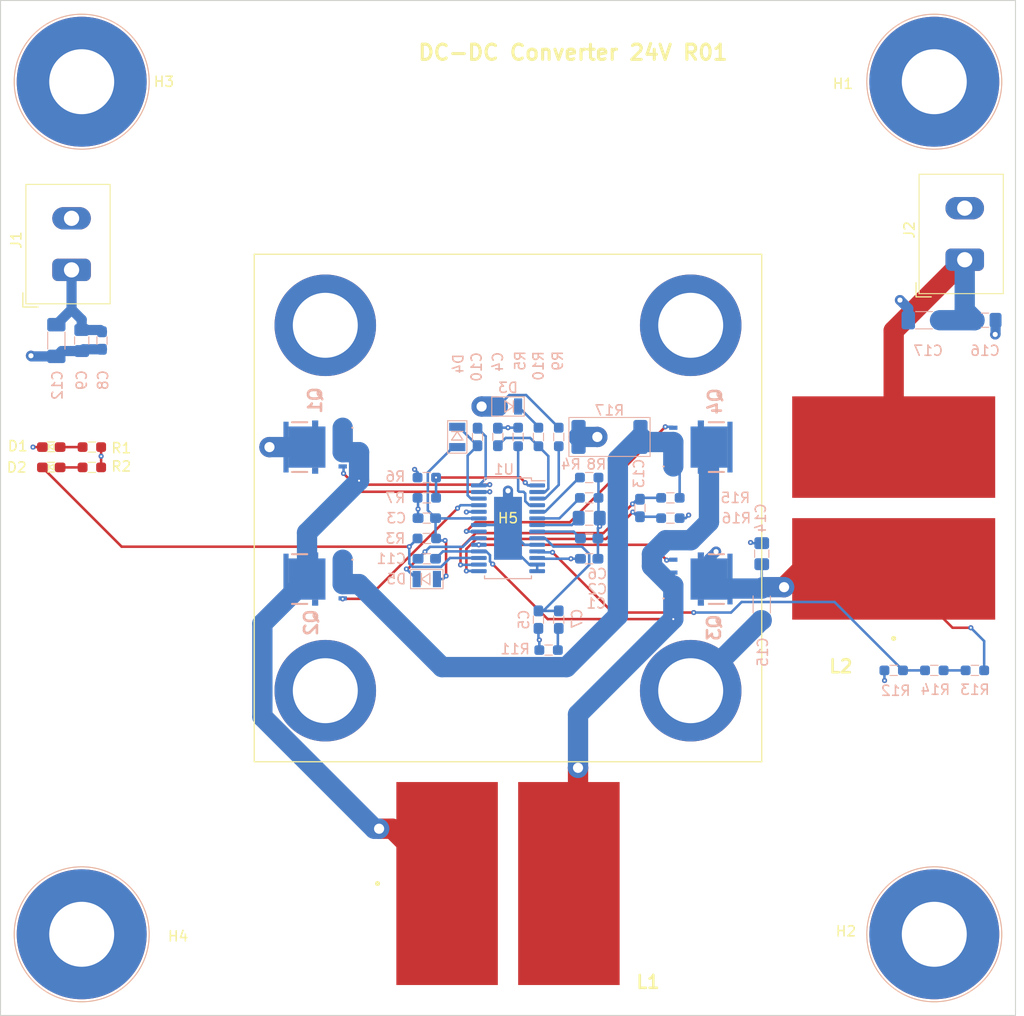
<source format=kicad_pcb>
(kicad_pcb (version 20221018) (generator pcbnew)
  (layers (0 "F.Cu" signal) (1 "In1.Cu" power "Supply.Cu") (2 "In2.Cu" power "Gnd.Cu") (31 "B.Cu" signal) (34 "B.Paste" user) (35 "F.Paste" user) (36 "B.SilkS" user "B.Silkscreen") (37 "F.SilkS" user "F.Silkscreen") (38 "B.Mask" user) (39 "F.Mask" user) (44 "Edge.Cuts" user))
  (net 0 "")
  (net 1 "/Boost Converter/Vout")
  (net 2 "GND")
  (net 3 "Net-(U1-SS)")
  (net 4 "/Output Filter/24VFILT")
  (net 5 "/Boost Converter/Vcc")
  (net 6 "Net-(U1-VIN)")
  (net 7 "Net-(U1-COMP)")
  (net 8 "Net-(U1-SLOPE)")
  (net 9 "Net-(C7-Pad2)")
  (net 10 "Net-(D4-K)")
  (net 11 "Net-(Q3-S)")
  (net 12 "Net-(D5-K)")
  (net 13 "Net-(Q3-G)")
  (net 14 "/Boost Converter/12V")
  (net 15 "Net-(U1-CS)")
  (net 16 "Net-(U1-CSG)")
  (net 17 "Net-(D1-A)")
  (net 18 "Net-(D2-K)")
  (net 19 "Net-(D2-A)")
  (net 20 "Net-(D3-K)")
  (net 25 "Net-(Q2-S)")
  (net 26 "Net-(Q1-S)")
  (net 27 "Net-(Q1-G)")
  (net 28 "Net-(Q2-G)")
  (net 29 "Net-(Q4-G)")
  (net 30 "Net-(U1-RT{slash}SYNC)")
  (net 31 "Net-(U1-MODE)")
  (net 32 "Net-(U1-EN{slash}UVLO)")
  (net 33 "Net-(U1-DITH)")
  (net 34 "Net-(U1-VISNS)")
  (net 35 "Net-(U1-FB)")
  (net 36 "Net-(R13-Pad2)")
  (footprint "benediktibk:D_0603_1608Metric_Pad1.05x0.95mm_HandSolder" (layer "F.Cu") (at 25 64)
    (fp_text reference "D1")
    (fp_text value "Vin")
  )
  (footprint "benediktibk:heatsink_50x50" (layer "F.Cu") (at 70 70)
    (fp_text reference "H5")
    (fp_text value "heatsink_50x50")
  )
  (footprint "benediktibk:R_0603_1608Metric_Pad0.98x0.95mm_HandSolder" (layer "F.Cu") (at 29 66 180)
    (fp_text reference "R2")
    (fp_text value "1kOhm")
  )
  (footprint "benediktibk:R_0603_1608Metric_Pad0.98x0.95mm_HandSolder" (layer "F.Cu") (at 29 64 180)
    (fp_text reference "R1")
    (fp_text value "1kOhm")
  )
  (footprint "benediktibk:MountingHole_6.4mm_M6_Pad_TopBottom" (layer "F.Cu") (at 28 28)
    (fp_text reference "H3")
    (fp_text value "MountingHole_Pad_M6" hide)
  )
  (footprint "benediktibk:MountingHole_6.4mm_M6_Pad_TopBottom" (layer "F.Cu") (at 112 28)
    (fp_text reference "H1")
    (fp_text value "MountingHole_Pad_M6" hide)
  )
  (footprint "benediktibk:rspro_header_2pin_5_08mm" (layer "F.Cu") (at 27 44 90)
    (fp_text reference "J1")
    (fp_text value "12V")
  )
  (footprint "benediktibk:ETQP8" (layer "F.Cu") (at 108 70 90)
    (fp_text reference "L2")
    (fp_text value "2.5µH" hide)
  )
  (footprint "benediktibk:MountingHole_6.4mm_M6_Pad_TopBottom" (layer "F.Cu") (at 28 112)
    (fp_text reference "H4")
    (fp_text value "MountingHole_Pad_M6" hide)
  )
  (footprint "benediktibk:ETQP8" (layer "F.Cu") (at 70 107)
    (fp_text reference "L1")
    (fp_text value "2.5µH" hide)
  )
  (footprint "benediktibk:D_0603_1608Metric_Pad1.05x0.95mm_HandSolder" (layer "F.Cu") (at 25 66)
    (fp_text reference "D2")
    (fp_text value "Vout good")
  )
  (footprint "benediktibk:rspro_header_2pin_5_08mm" (layer "F.Cu") (at 115 43 90)
    (fp_text reference "J2")
    (fp_text value "24V")
  )
  (footprint "benediktibk:MountingHole_6.4mm_M6_Pad_TopBottom" (layer "F.Cu") (at 112 112)
    (fp_text reference "H2")
    (fp_text value "MountingHole_Pad_M6" hide)
  )
  (footprint "benediktibk:R_0603_1608Metric_Pad0.98x0.95mm_HandSolder" (layer "B.Cu") (at 62 67)
    (fp_text reference "R6")
    (fp_text value "220kOhm")
  )
  (footprint "benediktibk:C_1206_3216Metric_Pad1.33x1.80mm_HandSolder" (layer "B.Cu") (at 111 51.5 180)
    (fp_text reference "C17")
    (fp_text value "47uF")
  )
  (footprint "benediktibk:C_1206_3216Metric_Pad1.33x1.80mm_HandSolder" (layer "B.Cu") (at 25.5 53.5 -90)
    (fp_text reference "C12")
    (fp_text value "47uF")
  )
  (footprint "benediktibk:R_0603_1608Metric_Pad0.98x0.95mm_HandSolder" (layer "B.Cu") (at 86 71)
    (fp_text reference "R16")
    (fp_text value "100Ohm")
  )
  (footprint "benediktibk:C_0603_1608Metric_Pad1.08x0.95mm_HandSolder" (layer "B.Cu") (at 78 75)
    (fp_text reference "C1")
    (fp_text value "100nF")
  )
  (footprint "benediktibk:SQJA42EPT1_GE3" (layer "B.Cu") (at 89 77 90)
    (fp_text reference "Q3")
    (fp_text value "SQJA42EP" hide)
  )
  (footprint "benediktibk:C_0603_1608Metric_Pad1.08x0.95mm_HandSolder" (layer "B.Cu") (at 69 63 90)
    (fp_text reference "C4")
    (fp_text value "100nF")
  )
  (footprint "benediktibk:R_0603_1608Metric_Pad0.98x0.95mm_HandSolder" (layer "B.Cu") (at 62 73 180)
    (fp_text reference "R3")
    (fp_text value "10kOhm")
  )
  (footprint "benediktibk:C_0805_2012Metric_Pad1.18x1.45mm_HandSolder" (layer "B.Cu") (at 95 74.5 90)
    (fp_text reference "C14")
    (fp_text value "4.7uF")
  )
  (footprint "benediktibk:R_0603_1608Metric_Pad0.98x0.95mm_HandSolder" (layer "B.Cu") (at 73 63 -90)
    (fp_text reference "R10")
    (fp_text value "10Ohm")
  )
  (footprint "benediktibk:R_0603_1608Metric_Pad0.98x0.95mm_HandSolder" (layer "B.Cu") (at 71 63 -90)
    (fp_text reference "R5")
    (fp_text value "93.1kOhm")
  )
  (footprint "benediktibk:C_0603_1608Metric_Pad1.08x0.95mm_HandSolder" (layer "B.Cu") (at 62 71 180)
    (fp_text reference "C3")
    (fp_text value "1uF")
  )
  (footprint "benediktibk:R_0603_1608Metric_Pad0.98x0.95mm_HandSolder" (layer "B.Cu") (at 78 69)
    (fp_text reference "R4")
    (fp_text value "24kOhm")
  )
  (footprint "benediktibk:R_0603_1608Metric_Pad0.98x0.95mm_HandSolder" (layer "B.Cu") (at 108 86 180)
    (fp_text reference "R12")
    (fp_text value "10kOhm")
  )
  (footprint "benediktibk:SQJA42EPT1_GE3" (layer "B.Cu") (at 51 64 -90)
    (fp_text reference "Q1")
    (fp_text value "SQJA42EP" hide)
  )
  (footprint "benediktibk:C_0603_1608Metric_Pad1.08x0.95mm_HandSolder" (layer "B.Cu") (at 30 53.5 -90)
    (fp_text reference "C8")
    (fp_text value "1uF")
  )
  (footprint "benediktibk:R_0603_1608Metric_Pad0.98x0.95mm_HandSolder" (layer "B.Cu") (at 86 69)
    (fp_text reference "R15")
    (fp_text value "100Ohm")
  )
  (footprint "benediktibk:R_0603_1608Metric_Pad0.98x0.95mm_HandSolder" (layer "B.Cu") (at 116 86 180)
    (fp_text reference "R13")
    (fp_text value "20kOhm")
  )
  (footprint "benediktibk:R_0603_1608Metric_Pad0.98x0.95mm_HandSolder" (layer "B.Cu") (at 112 86 180)
    (fp_text reference "R14")
    (fp_text value "270kOhm")
  )
  (footprint "benediktibk:C_0603_1608Metric_Pad1.08x0.95mm_HandSolder" (layer "B.Cu") (at 83 70 -90)
    (fp_text reference "C13")
    (fp_text value "47pF")
  )
  (footprint "benediktibk:R_2512_6332Metric_Pad1.40x3.35mm_HandSolder" (layer "B.Cu") (at 80 63 180)
    (fp_text reference "R17")
    (fp_text value "4mOhm")
  )
  (footprint "benediktibk:C_0603_1608Metric_Pad1.08x0.95mm_HandSolder" (layer "B.Cu") (at 75 81 -90)
    (fp_text reference "C7")
    (fp_text value "33nF")
  )
  (footprint "benediktibk:C_0603_1608Metric_Pad1.08x0.95mm_HandSolder" (layer "B.Cu") (at 73 81 -90)
    (fp_text reference "C5")
    (fp_text value "560pF")
  )
  (footprint "benediktibk:R_0603_1608Metric_Pad0.98x0.95mm_HandSolder" (layer "B.Cu") (at 74 84 180)
    (fp_text reference "R11")
    (fp_text value "10kOhm")
  )
  (footprint "benediktibk:SQJA42EPT1_GE3" (layer "B.Cu") (at 51 77 -90)
    (fp_text reference "Q2")
    (fp_text value "SQJA42EP" hide)
  )
  (footprint "benediktibk:R_0603_1608Metric_Pad0.98x0.95mm_HandSolder" (layer "B.Cu") (at 78 67)
    (fp_text reference "R8")
    (fp_text value "0Ohm")
  )
  (footprint "benediktibk:C_1206_3216Metric_Pad1.33x1.80mm_HandSolder" (layer "B.Cu") (at 95 79.5 -90)
    (fp_text reference "C15")
    (fp_text value "47uF")
  )
  (footprint "benediktibk:C_0603_1608Metric_Pad1.08x0.95mm_HandSolder" (layer "B.Cu") (at 62 75)
    (fp_text reference "C11")
    (fp_text value "100nF")
  )
  (footprint "benediktibk:C_0805_2012Metric_Pad1.18x1.45mm_HandSolder" (layer "B.Cu") (at 78 71)
    (fp_text reference "C6")
    (fp_text value "240pF")
  )
  (footprint "benediktibk:SQJA42EPT1_GE3" (layer "B.Cu") (at 89 64 90)
    (fp_text reference "Q4")
    (fp_text value "SQJA42EP" hide)
  )
  (footprint "benediktibk:C_0603_1608Metric_Pad1.08x0.95mm_HandSolder" (layer "B.Cu") (at 67 63 90)
    (fp_text reference "C10")
    (fp_text value "100nF")
  )
  (footprint "benediktibk:LM5176" (layer "B.Cu") (at 70 72 180)
    (fp_text reference "U1")
    (fp_text value "LM5176")
  )
  (footprint "benediktibk:D_SOD-323" (layer "B.Cu") (at 70 60 180)
    (fp_text reference "D3")
    (fp_text value "BAT54WS")
  )
  (footprint "benediktibk:R_0603_1608Metric_Pad0.98x0.95mm_HandSolder" (layer "B.Cu") (at 62 69 180)
    (fp_text reference "R7")
    (fp_text value "43kOhm")
  )
  (footprint "benediktibk:R_0603_1608Metric_Pad0.98x0.95mm_HandSolder" (layer "B.Cu") (at 75 63 -90)
    (fp_text reference "R9")
    (fp_text value "2kOhm")
  )
  (footprint "benediktibk:D_SOD-323" (layer "B.Cu") (at 65 63 -90)
    (fp_text reference "D4")
    (fp_text value "BAT54WS")
  )
  (footprint "benediktibk:C_0603_1608Metric_Pad1.08x0.95mm_HandSolder" (layer "B.Cu") (at 78 73)
    (fp_text reference "C2")
    (fp_text value "100nF")
  )
  (footprint "benediktibk:C_0805_2012Metric_Pad1.18x1.45mm_HandSolder" (layer "B.Cu") (at 117 51.5)
    (fp_text reference "C16")
    (fp_text value "4.7uF")
  )
  (footprint "benediktibk:C_0805_2012Metric_Pad1.18x1.45mm_HandSolder" (layer "B.Cu") (at 28 53.5 -90)
    (fp_text reference "C9")
    (fp_text value "4.7uF")
  )
  (footprint "benediktibk:D_SOD-323" (layer "B.Cu") (at 62 77)
    (fp_text reference "D5")
    (fp_text value "BAT54WS")
  )
  (gr_rect (start 20 20) (end 120 120) (stroke (width 0.1)) (fill none) (layer "Edge.Cuts"))
  (gr_text "DC-DC Converter 24V R01" (at 61 26) (layer "F.SilkS") (effects (font (size 1.5 1.5) (thickness 0.3) bold) (justify left bottom)))
  (segment (start 113.8 81.8) (end 108 76) (width 0.25) (layer "F.Cu") (net 1))
  (segment (start 115.6 81.8) (end 113.8 81.8) (width 0.25) (layer "F.Cu") (net 1))
  (segment (start 99 76) (end 97.2 77.8) (width 2) (layer "F.Cu") (net 1))
  (segment (start 108 76) (end 99 76) (width 2) (layer "F.Cu") (net 1))
  (via (at 65.9 70.4) (size 0.5) (drill 0.2) (layers "F.Cu" "B.Cu") (net 1))
  (via (at 97.2 77.8) (size 2) (drill 1) (layers "F.Cu" "B.Cu") (net 1))
  (via (at 115.6 81.8) (size 0.5) (drill 0.2) (layers "F.Cu" "B.Cu") (net 1))
  (via (at 76.2 75) (size 0.5) (drill 0.2) (layers "F.Cu" "B.Cu") (net 1))
  (via (at 90.5 74.3) (size 1) (drill 0.5) (layers "F.Cu" "B.Cu") (net 1))
  (segment (start 90.7385 77.9375) (end 89.801 77) (width 2) (layer "B.Cu") (net 1))
  (segment (start 95.1375 77.8) (end 95 77.9375) (width 2) (layer "B.Cu") (net 1))
  (segment (start 116.9125 86) (end 116.9125 83.1125) (width 0.25) (layer "B.Cu") (net 1))
  (segment (start 72.95 75) (end 72.875 74.925) (width 0.25) (layer "B.Cu") (net 1))
  (segment (start 116.9125 83.1125) (end 115.6 81.8) (width 0.25) (layer "B.Cu") (net 1))
  (segment (start 95 75.5375) (end 95 77.9375) (width 0.25) (layer "B.Cu") (net 1))
  (segment (start 77.1375 75) (end 76.2 75) (width 0.25) (layer "B.Cu") (net 1))
  (segment (start 97.2 77.8) (end 95.1375 77.8) (width 2) (layer "B.Cu") (net 1))
  (segment (start 67.125 70.375) (end 65.925 70.375) (width 0.25) (layer "B.Cu") (net 1))
  (segment (start 65.925 70.375) (end 65.9 70.4) (width 0.25) (layer "B.Cu") (net 1))
  (segment (start 89.801 74.999) (end 90.5 74.3) (width 1) (layer "B.Cu") (net 1))
  (segment (start 76.2 75) (end 72.95 75) (width 0.25) (layer "B.Cu") (net 1))
  (segment (start 95 77.9375) (end 90.7385 77.9375) (width 2) (layer "B.Cu") (net 1))
  (segment (start 89.801 77) (end 89.801 74.999) (width 1) (layer "B.Cu") (net 1))
  (segment (start 24.125 64) (end 23.2 64) (width 0.25) (layer "F.Cu") (net 2))
  (via (at 23.2 64) (size 0.5) (drill 0.2) (layers "F.Cu" "B.Cu") (net 2))
  (via (at 93.9 73.4) (size 0.5) (drill 0.2) (layers "F.Cu" "B.Cu") (net 2))
  (via (at 79.0375 71.8) (size 0.5) (drill 0.2) (layers "F.Cu" "B.Cu") (net 2))
  (via (at 108.617918 49.517918) (size 1) (drill 0.5) (layers "F.Cu" "B.Cu") (net 2))
  (via (at 107.1 87) (size 0.5) (drill 0.2) (layers "F.Cu" "B.Cu") (net 2))
  (via (at 73.0875 83) (size 0.5) (drill 0.2) (layers "F.Cu" "B.Cu") (net 2))
  (via (at 23 55) (size 1) (drill 0.5) (layers "F.Cu" "B.Cu") (net 2))
  (via (at 87.8 70.7) (size 0.5) (drill 0.2) (layers "F.Cu" "B.Cu") (net 2))
  (via (at 78.8 63) (size 2) (drill 1) (layers "F.Cu" "B.Cu") (net 2))
  (via (at 61.1375 70.1) (size 0.5) (drill 0.2) (layers "F.Cu" "B.Cu") (net 2))
  (via (at 118 52.9) (size 1) (drill 0.5) (layers "F.Cu" "B.Cu") (net 2))
  (via (at 70 62.0875) (size 0.5) (drill 0.2) (layers "F.Cu" "B.Cu") (net 2))
  (via (at 70 68.3) (size 1) (drill 0.5) (layers "F.Cu" "B.Cu") (net 2))
  (segment (start 78.9125 69) (end 78.9125 70.875) (width 0.25) (layer "B.Cu") (net 2))
  (segment (start 70 72) (end 70 68.3) (width 1) (layer "B.Cu") (net 2))
  (segment (start 61.1375 71) (end 61.1375 70.1) (width 0.25) (layer "B.Cu") (net 2))
  (segment (start 94.9375 81.0625) (end 88 88) (width 2) (layer "B.Cu") (net 2))
  (segment (start 71.625 73.625) (end 70 72) (width 0.25) (layer "B.Cu") (net 2))
  (segment (start 72.100001 75.575) (end 70 73.474999) (width 0.25) (layer "B.Cu") (net 2))
  (segment (start 86.9125 71) (end 87.5 71) (width 0.25) (layer "B.Cu") (net 2))
  (segment (start 71 62.0875) (end 70 62.0875) (width 0.25) (layer "B.Cu") (net 2))
  (segment (start 69.675 71.675) (end 70 72) (width 0.25) (layer "B.Cu") (net 2))
  (segment (start 72.875 73.625) (end 71.625 73.625) (width 0.25) (layer "B.Cu") (net 2))
  (segment (start 73.0875 84) (end 73.0875 83) (width 0.25) (layer "B.Cu") (net 2))
  (segment (start 95 73.4625) (end 93.9625 73.4625) (width 0.25) (layer "B.Cu") (net 2))
  (segment (start 70 73.474999) (end 70 72) (width 0.25) (layer "B.Cu") (net 2))
  (segment (start 78.9125 67) (end 78.9125 69) (width 0.25) (layer "B.Cu") (net 2))
  (segment (start 67.125 71.675) (end 69.675 71.675) (width 0.25) (layer "B.Cu") (net 2))
  (segment (start 23.0625 55.0625) (end 23 55) (width 1) (layer "B.Cu") (net 2))
  (segment (start 76.95 63) (end 78.8 63) (width 2) (layer "B.Cu") (net 2))
  (segment (start 93.9625 73.4625) (end 93.9 73.4) (width 0.25) (layer "B.Cu") (net 2))
  (segment (start 109.4375 51.5) (end 109.4375 50.3375) (width 1) (layer "B.Cu") (net 2))
  (segment (start 61.1375 70.1) (end 61.1375 69.05) (width 0.25) (layer "B.Cu") (net 2))
  (segment (start 70 62.0875) (end 69.05 62.0875) (width 0.25) (layer "B.Cu") (net 2))
  (segment (start 73 82.9125) (end 73.0875 83) (width 0.25) (layer "B.Cu") (net 2))
  (segment (start 25.5 55.0625) (end 23.0625 55.0625) (width 1) (layer "B.Cu") (net 2))
  (segment (start 72.875 76.225) (end 72.875 75.575) (width 0.25) (layer "B.Cu") (net 2))
  (segment (start 118.0375 51.5) (end 118.0375 52.8625) (width 1) (layer "B.Cu") (net 2))
  (segment (start 72.875 75.575) (end 72.100001 75.575) (width 0.25) (layer "B.Cu") (net 2))
  (segment (start 28.175 54.3625) (end 28 54.5375) (width 1) (layer "B.Cu") (net 2))
  (segment (start 78.9125 70.875) (end 79.0375 71) (width 0.25) (layer "B.Cu") (net 2))
  (segment (start 118.0375 52.8625) (end 118 52.9) (width 1) (layer "B.Cu") (net 2))
  (segment (start 73 81.8625) (end 73 82.9125) (width 0.25) (layer "B.Cu") (net 2))
  (segment (start 87.5 71) (end 87.8 70.7) (width 0.25) (layer "B.Cu") (net 2))
  (segment (start 69.05 62.0875) (end 69 62.1375) (width 0.25) (layer "B.Cu") (net 2))
  (segment (start 107.0875 86) (end 107.0875 86.9875) (width 0.25) (layer "B.Cu") (net 2))
  (segment (start 109.4375 50.3375) (end 108.617918 49.517918) (width 1) (layer "B.Cu") (net 2))
  (segment (start 28 54.5375) (end 26.025 54.5375) (width 1) (layer "B.Cu") (net 2))
  (segment (start 78.8625 71.975) (end 78.8625 73) (width 0.25) (layer "B.Cu") (net 2))
  (segment (start 26.025 54.5375) (end 25.5 55.0625) (width 1) (layer "B.Cu") (net 2))
  (segment (start 107.0875 86.9875) (end 107.1 87) (width 0.25) (layer "B.Cu") (net 2))
  (segment (start 79.0375 71.8) (end 78.8625 71.975) (width 0.25) (layer "B.Cu") (net 2))
  (segment (start 79.0375 71) (end 79.0375 71.8) (width 0.25) (layer "B.Cu") (net 2))
  (segment (start 61.1375 69.05) (end 61.0875 69) (width 0.25) (layer "B.Cu") (net 2))
  (segment (start 30 54.3625) (end 28.175 54.3625) (width 1) (layer "B.Cu") (net 2))
  (segment (start 78.8625 73) (end 78.8625 75) (width 0.25) (layer "B.Cu") (net 2))
  (segment (start 95 81.0625) (end 94.9375 81.0625) (width 2) (layer "B.Cu") (net 2))
  (segment (start 76.4625 72.325) (end 72.875 72.325) (width 0.25) (layer "B.Cu") (net 3))
  (segment (start 77.1375 73) (end 76.4625 72.325) (width 0.25) (layer "B.Cu") (net 3))
  (segment (start 108 64) (end 108 52.54) (width 2) (layer "F.Cu") (net 4))
  (segment (start 108 52.54) (end 115 45.54) (width 2) (layer "F.Cu") (net 4))
  (segment (start 115 50.5375) (end 115.9625 51.5) (width 2) (layer "B.Cu") (net 4))
  (segment (start 115 45.54) (end 115 50.5375) (width 2) (layer "B.Cu") (net 4))
  (segment (start 112.5625 51.5) (end 115.9625 51.5) (width 2) (layer "B.Cu") (net 4))
  (segment (start 63.9 76.7) (end 63.9 73.3) (width 0.25) (layer "F.Cu") (net 5))
  (segment (start 63.9 73.3) (end 63.8 73.2) (width 0.25) (layer "F.Cu") (net 5))
  (via (at 63.8 73.2) (size 0.5) (drill 0.2) (layers "F.Cu" "B.Cu") (net 5))
  (via (at 63.9 76.7) (size 0.5) (drill 0.2) (layers "F.Cu" "B.Cu") (net 5))
  (segment (start 62.8875 71.025) (end 62.8625 71) (width 0.25) (layer "B.Cu") (net 5))
  (segment (start 63.8 73.2) (end 63.1125 73.2) (width 0.25) (layer "B.Cu") (net 5))
  (segment (start 63 77) (end 63.6 77) (width 0.25) (layer "B.Cu") (net 5))
  (segment (start 62.8625 71) (end 62.1 70.2375) (width 0.25) (layer "B.Cu") (net 5))
  (segment (start 62.8625 72.95) (end 62.9125 73) (width 0.25) (layer "B.Cu") (net 5))
  (segment (start 62.1 66.5) (end 64.6 64) (width 0.25) (layer "B.Cu") (net 5))
  (segment (start 64.6 64) (end 65 64) (width 0.25) (layer "B.Cu") (net 5))
  (segment (start 62.1 70.2375) (end 62.1 66.5) (width 0.25) (layer "B.Cu") (net 5))
  (segment (start 63.6 77) (end 63.9 76.7) (width 0.25) (layer "B.Cu") (net 5))
  (segment (start 67.125 71.025) (end 62.8875 71.025) (width 0.25) (layer "B.Cu") (net 5))
  (segment (start 63.1125 73.2) (end 62.9125 73) (width 0.25) (layer "B.Cu") (net 5))
  (segment (start 62.8625 71) (end 62.8625 72.95) (width 0.25) (layer "B.Cu") (net 5))
  (segment (start 73.975 68.099999) (end 73.649999 68.425) (width 0.25) (layer "B.Cu") (net 6))
  (segment (start 73.975 64.8875) (end 73.975 68.099999) (width 0.25) (layer "B.Cu") (net 6))
  (segment (start 72.1875 63.1) (end 69.7625 63.1) (width 0.25) (layer "B.Cu") (net 6))
  (segment (start 69.7625 63.1) (end 69 63.8625) (width 0.25) (layer "B.Cu") (net 6))
  (segment (start 73 63.9125) (end 72.1875 63.1) (width 0.25) (layer "B.Cu") (net 6))
  (segment (start 73 63.9125) (end 73.975 64.8875) (width 0.25) (layer "B.Cu") (net 6))
  (segment (start 73.649999 68.425) (end 72.875 68.425) (width 0.25) (layer "B.Cu") (net 6))
  (segment (start 77.277076 73.8) (end 74.474999 73.8) (width 0.25) (layer "B.Cu") (net 7))
  (segment (start 73.475 80.1375) (end 78 75.6125) (width 0.25) (layer "B.Cu") (net 7))
  (segment (start 73.649999 72.975) (end 72.875 72.975) (width 0.25) (layer "B.Cu") (net 7))
  (segment (start 78 75.6125) (end 78 74.522924) (width 0.25) (layer "B.Cu") (net 7))
  (segment (start 74.474999 73.8) (end 73.649999 72.975) (width 0.25) (layer "B.Cu") (net 7))
  (segment (start 75 80.1375) (end 73 80.1375) (width 0.25) (layer "B.Cu") (net 7))
  (segment (start 73 80.1375) (end 73.475 80.1375) (width 0.25) (layer "B.Cu") (net 7))
  (segment (start 78 74.522924) (end 77.277076 73.8) (width 0.25) (layer "B.Cu") (net 7))
  (segment (start 76.2875 71.675) (end 72.875 71.675) (width 0.25) (layer "B.Cu") (net 8))
  (segment (start 76.9625 71) (end 76.2875 71.675) (width 0.25) (layer "B.Cu") (net 8))
  (segment (start 74.9125 84) (end 74.9125 81.95) (width 0.25) (layer "B.Cu") (net 9))
  (segment (start 74.9125 81.95) (end 75 81.8625) (width 0.25) (layer "B.Cu") (net 9))
  (segment (start 65 62) (end 65.1375 62) (width 0.25) (layer "B.Cu") (net 10))
  (segment (start 65.1375 62) (end 67 63.8625) (width 0.25) (layer "B.Cu") (net 10))
  (segment (start 67 63.8625) (end 66.025 64.8375) (width 0.25) (layer "B.Cu") (net 10))
  (segment (start 66.025 68.749999) (end 66.350001 69.075) (width 0.25) (layer "B.Cu") (net 10))
  (segment (start 66.350001 69.075) (end 67.125 69.075) (width 0.25) (layer "B.Cu") (net 10))
  (segment (start 66.025 64.8375) (end 66.025 68.749999) (width 0.25) (layer "B.Cu") (net 10))
  (segment (start 73.908134 80.946875) (end 86.285 80.946875) (width 0.25) (layer "F.Cu") (net 11))
  (segment (start 76.9 106.1) (end 76 107) (width 2) (layer "F.Cu") (net 11))
  (segment (start 68.490776 75.529517) (end 73.908134 80.946875) (width 0.25) (layer "F.Cu") (net 11))
  (segment (start 76.9 95.6) (end 76.9 106.1) (width 2) (layer "F.Cu") (net 11))
  (via (at 76.9 95.6) (size 2) (drill 1) (layers "F.Cu" "B.Cu") (net 11))
  (via (at 86.285 80.946875) (size 0.5) (drill 0.2) (layers "F.Cu" "B.Cu") (net 11))
  (via (at 68.490776 75.529517) (size 0.5) (drill 0.2) (layers "F.Cu" "B.Cu") (net 11))
  (segment (start 89.801 71.384) (end 88.0105 73.1745) (width 2) (layer "B.Cu") (net 11))
  (segment (start 88.0105 73.1745) (end 85.54866 73.1745) (width 2) (layer "B.Cu") (net 11))
  (segment (start 86.08 77.635) (end 86.285 77.635) (width 2) (layer "B.Cu") (net 11))
  (segment (start 86.285 80.946875) (end 76.9 90.331875) (width 2) (layer "B.Cu") (net 11))
  (segment (start 84.18469 75.73969) (end 86.08 77.635) (width 2) (layer "B.Cu") (net 11))
  (segment (start 62.8625 75) (end 63.5875 74.275) (width 0.25) (layer "B.Cu") (net 11))
  (segment (start 63.5875 74.275) (end 67.125 74.275) (width 0.25) (layer "B.Cu") (net 11))
  (segment (start 85.54866 73.1745) (end 84.18469 74.53847) (width 2) (layer "B.Cu") (net 11))
  (segment (start 68.225 75.263741) (end 68.490776 75.529517) (width 0.25) (layer "B.Cu") (net 11))
  (segment (start 67.125 74.275) (end 67.853812 74.275) (width 0.25) (layer "B.Cu") (net 11))
  (segment (start 68.225 74.646188) (end 68.225 75.263741) (width 0.25) (layer "B.Cu") (net 11))
  (segment (start 84.18469 74.53847) (end 84.18469 75.73969) (width 2) (layer "B.Cu") (net 11))
  (segment (start 76.9 90.331875) (end 76.9 95.6) (width 2) (layer "B.Cu") (net 11))
  (segment (start 89.801 64) (end 89.801 71.384) (width 2) (layer "B.Cu") (net 11))
  (segment (start 67.853812 74.275) (end 68.225 74.646188) (width 0.25) (layer "B.Cu") (net 11))
  (segment (start 86.285 77.635) (end 86.285 80.946875) (width 2) (layer "B.Cu") (net 11))
  (segment (start 59.992375 76.007625) (end 60.129875 76.007625) (width 0.25) (layer "F.Cu") (net 12))
  (segment (start 60.129875 76.007625) (end 61.81875 74.31875) (width 0.25) (layer "F.Cu") (net 12))
  (via (at 61.81875 74.31875) (size 0.5) (drill 0.2) (layers "F.Cu" "B.Cu") (net 12))
  (via (at 59.992375 76.007625) (size 0.5) (drill 0.2) (layers "F.Cu" "B.Cu") (net 12))
  (segment (start 67.125 72.975) (end 66.396188 72.975) (width 0.25) (layer "B.Cu") (net 12))
  (segment (start 62.3125 73.825) (end 61.81875 74.31875) (width 0.25) (layer "B.Cu") (net 12))
  (segment (start 61.81875 74.31875) (end 61.1375 75) (width 0.25) (layer "B.Cu") (net 12))
  (segment (start 66.396188 72.975) (end 65.546188 73.825) (width 0.25) (layer "B.Cu") (net 12))
  (segment (start 61 77) (end 60.98475 77) (width 0.25) (layer "B.Cu") (net 12))
  (segment (start 60.98475 77) (end 59.992375 76.007625) (width 0.25) (layer "B.Cu") (net 12))
  (segment (start 65.546188 73.825) (end 62.3125 73.825) (width 0.25) (layer "B.Cu") (net 12))
  (segment (start 84.12061 73.625) (end 67.125 73.625) (width 0.25) (layer "F.Cu") (net 13))
  (segment (start 85.63469 75.13908) (end 84.12061 73.625) (width 0.25) (layer "F.Cu") (net 13))
  (via (at 67.125 73.625) (size 0.5) (drill 0.2) (layers "F.Cu" "B.Cu") (net 13))
  (via (at 85.63469 75.13908) (size 0.5) (drill 0.2) (layers "F.Cu" "B.Cu") (net 13))
  (segment (start 86.285 75.095) (end 85.67877 75.095) (width 0.25) (layer "B.Cu") (net 13))
  (segment (start 85.67877 75.095) (end 85.63469 75.13908) (width 0.25) (layer "B.Cu") (net 13))
  (segment (start 29.9125 64) (end 29.9125 64.9) (width 0.25) (layer "F.Cu") (net 14))
  (segment (start 29.9125 66) (end 29.9125 64.9) (width 0.25) (layer "F.Cu") (net 14))
  (via (at 29.9125 64.9) (size 0.5) (drill 0.2) (layers "F.Cu" "B.Cu") (net 14))
  (via (at 60.8 66.2) (size 0.5) (drill 0.2) (layers "F.Cu" "B.Cu") (net 14))
  (via (at 46.5 64) (size 2) (drill 1) (layers "F.Cu" "B.Cu") (net 14))
  (via (at 67.4 60) (size 2) (drill 1) (layers "F.Cu" "B.Cu") (net 14))
  (segment (start 46.5 64) (end 50.199 64) (width 2) (layer "B.Cu") (net 14))
  (segment (start 70.125 58.875) (end 69 60) (width 0.25) (layer "B.Cu") (net 14))
  (segment (start 28 52.4625) (end 29.825 52.4625) (width 1) (layer "B.Cu") (net 14))
  (segment (start 28 51.4375) (end 27 50.4375) (width 1) (layer "B.Cu") (net 14))
  (segment (start 61.0875 66.4875) (end 60.8 66.2) (width 0.25) (layer "B.Cu") (net 14))
  (segment (start 29.825 52.4625) (end 30 52.6375) (width 1) (layer "B.Cu") (net 14))
  (segment (start 61.0875 67) (end 61.0875 66.4875) (width 0.25) (layer "B.Cu") (net 14))
  (segment (start 27 46.54) (end 27 50.4375) (width 1) (layer "B.Cu") (net 14))
  (segment (start 69 60) (end 67.4 60) (width 2) (layer "B.Cu") (net 14))
  (segment (start 28 52.4625) (end 28 51.4375) (width 1) (layer "B.Cu") (net 14))
  (segment (start 27 50.4375) (end 25.5 51.9375) (width 1) (layer "B.Cu") (net 14))
  (segment (start 75 62.0875) (end 71.7875 58.875) (width 0.25) (layer "B.Cu") (net 14))
  (segment (start 71.7875 58.875) (end 70.125 58.875) (width 0.25) (layer "B.Cu") (net 14))
  (segment (start 79.4 72.475) (end 66.825431 72.475) (width 0.25) (layer "F.Cu") (net 15))
  (segment (start 65.325 73.975431) (end 65.325 75.6) (width 0.25) (layer "F.Cu") (net 15))
  (segment (start 82.275 69.6) (end 79.4 72.475) (width 0.25) (layer "F.Cu") (net 15))
  (segment (start 66.825431 72.475) (end 66.200215 73.100216) (width 0.25) (layer "F.Cu") (net 15))
  (segment (start 66.200215 73.100216) (end 65.325 73.975431) (width 0.25) (layer "F.Cu") (net 15))
  (via (at 65.325 75.6) (size 0.5) (drill 0.2) (layers "F.Cu" "B.Cu") (net 15))
  (via (at 82.275 69.6) (size 0.5) (drill 0.2) (layers "F.Cu" "B.Cu") (net 15))
  (segment (start 83 69.1375) (end 82.7375 69.1375) (width 0.25) (layer "B.Cu") (net 15))
  (segment (start 85.0875 69) (end 83.1375 69) (width 0.25) (layer "B.Cu") (net 15))
  (segment (start 83.1375 69) (end 83 69.1375) (width 0.25) (layer "B.Cu") (net 15))
  (segment (start 65.325 75.6) (end 67.1 75.6) (width 0.25) (layer "B.Cu") (net 15))
  (segment (start 82.7375 69.1375) (end 82.275 69.6) (width 0.25) (layer "B.Cu") (net 15))
  (segment (start 67.1 75.6) (end 67.125 75.575) (width 0.25) (layer "B.Cu") (net 15))
  (segment (start 67.35 73.05) (end 66.886827 73.05) (width 0.25) (layer "F.Cu") (net 16))
  (segment (start 79.65 73.05) (end 67.35 73.05) (width 0.25) (layer "F.Cu") (net 16))
  (segment (start 66.886827 73.05) (end 65.9 74.036827) (width 0.25) (layer "F.Cu") (net 16))
  (segment (start 65.9 74.036827) (end 65.9 76.2) (width 0.25) (layer "F.Cu") (net 16))
  (segment (start 82.3 70.4) (end 79.65 73.05) (width 0.25) (layer "F.Cu") (net 16))
  (via (at 82.3 70.4) (size 0.5) (drill 0.2) (layers "F.Cu" "B.Cu") (net 16))
  (via (at 65.9 76.2) (size 0.5) (drill 0.2) (layers "F.Cu" "B.Cu") (net 16))
  (segment (start 83 70.8625) (end 82.7625 70.8625) (width 0.25) (layer "B.Cu") (net 16))
  (segment (start 65.9 76.2) (end 67.1 76.2) (width 0.25) (layer "B.Cu") (net 16))
  (segment (start 83 70.8625) (end 84.95 70.8625) (width 0.25) (layer "B.Cu") (net 16))
  (segment (start 67.1 76.2) (end 67.125 76.225) (width 0.25) (layer "B.Cu") (net 16))
  (segment (start 84.95 70.8625) (end 85.0875 71) (width 0.25) (layer "B.Cu") (net 16))
  (segment (start 82.7625 70.8625) (end 82.3 70.4) (width 0.25) (layer "B.Cu") (net 16))
  (segment (start 28.0875 64) (end 25.875 64) (width 0.25) (layer "F.Cu") (net 17))
  (segment (start 60.275 73.8125) (end 31.9375 73.8125) (width 0.25) (layer "F.Cu") (net 18))
  (segment (start 31.9375 73.8125) (end 24.125 66) (width 0.25) (layer "F.Cu") (net 18))
  (via (at 60.275 73.8125) (size 0.5) (drill 0.2) (layers "F.Cu" "B.Cu") (net 18))
  (segment (start 60.275 73.8125) (end 61.0875 73) (width 0.25) (layer "B.Cu") (net 18))
  (segment (start 60.275 75.477076) (end 60.275 73.8125) (width 0.25) (layer "B.Cu") (net 18))
  (segment (start 67.125 74.925) (end 64.277076 74.925) (width 0.25) (layer "B.Cu") (net 18))
  (segment (start 64.277076 74.925) (end 63.402076 75.8) (width 0.25) (layer "B.Cu") (net 18))
  (segment (start 60.597924 75.8) (end 60.275 75.477076) (width 0.25) (layer "B.Cu") (net 18))
  (segment (start 63.402076 75.8) (end 60.597924 75.8) (width 0.25) (layer "B.Cu") (net 18))
  (segment (start 28.0875 66) (end 25.875 66) (width 0.25) (layer "F.Cu") (net 19))
  (segment (start 73 62.0875) (end 73 62) (width 0.25) (layer "B.Cu") (net 20))
  (segment (start 73 62) (end 71 60) (width 0.25) (layer "B.Cu") (net 20))
  (segment (start 80.825 65.225) (end 80.825 80.614512) (width 2) (layer "B.Cu") (net 25))
  (segment (start 83.55 63.5) (end 86.285 63.5) (width 2) (layer "B.Cu") (net 25))
  (segment (start 86.9125 69) (end 86.9125 66.5325) (width 0.25) (layer "B.Cu") (net 25))
  (segment (start 80.825 80.614512) (end 75.764512 85.675) (width 2) (layer "B.Cu") (net 25))
  (segment (start 55.325 77.5) (end 53.715 77.5) (width 2) (layer "B.Cu") (net 25))
  (segment (start 63.5 85.675) (end 55.325 77.5) (width 2) (layer "B.Cu") (net 25))
  (segment (start 86.285 65.905) (end 86.285 63.5) (width 2) (layer "B.Cu") (net 25))
  (segment (start 86.9125 66.5325) (end 86.285 65.905) (width 0.25) (layer "B.Cu") (net 25))
  (segment (start 83.05 63) (end 83.55 63.5) (width 2) (layer "B.Cu") (net 25))
  (segment (start 75.764512 85.675) (end 63.5 85.675) (width 2) (layer "B.Cu") (net 25))
  (segment (start 53.715 75.095) (end 53.715 77.5) (width 2) (layer "B.Cu") (net 25))
  (segment (start 83.05 63) (end 80.825 65.225) (width 2) (layer "B.Cu") (net 25))
  (segment (start 57.3 101.6) (end 58.6 101.6) (width 2) (layer "F.Cu") (net 26))
  (segment (start 55.715 67.7) (end 55.325 67.31) (width 0.25) (layer "F.Cu") (net 26))
  (segment (start 58.6 101.6) (end 64 107) (width 2) (layer "F.Cu") (net 26))
  (segment (start 68.2 67.7) (end 55.715 67.7) (width 0.25) (layer "F.Cu") (net 26))
  (via (at 68.2 67.7) (size 0.5) (drill 0.2) (layers "F.Cu" "B.Cu") (net 26))
  (via (at 55.325 67.31) (size 0.5) (drill 0.2) (layers "F.Cu" "B.Cu") (net 26))
  (via (at 57.3 101.6) (size 2) (drill 1) (layers "F.Cu" "B.Cu") (net 26))
  (segment (start 67.8 67.1) (end 67.125 67.775) (width 0.25) (layer "B.Cu") (net 26))
  (segment (start 50.199 77) (end 45.8 81.399) (width 2) (layer "B.Cu") (net 26))
  (segment (start 53.715 62.095) (end 53.715 64.5) (width 2) (layer "B.Cu") (net 26))
  (segment (start 50.199 77) (end 50.199 72.436) (width 2) (layer "B.Cu") (net 26))
  (segment (start 67 62.1375) (end 67.8 62.9375) (width 0.25) (layer "B.Cu") (net 26))
  (segment (start 68.125 67.775) (end 68.2 67.7) (width 0.25) (layer "B.Cu") (net 26))
  (segment (start 56.831875 101.6) (end 57.3 101.6) (width 2) (layer "B.Cu") (net 26))
  (segment (start 45.8 81.399) (end 45.8 90.568125) (width 2) (layer "B.Cu") (net 26))
  (segment (start 67.125 67.775) (end 68.125 67.775) (width 0.25) (layer "B.Cu") (net 26))
  (segment (start 55.325 67.31) (end 55.325 64.5) (width 2) (layer "B.Cu") (net 26))
  (segment (start 50.199 72.436) (end 55.325 67.31) (width 2) (layer "B.Cu") (net 26))
  (segment (start 45.8 90.568125) (end 56.831875 101.6) (width 2) (layer "B.Cu") (net 26))
  (segment (start 55.325 64.5) (end 53.715 64.5) (width 2) (layer "B.Cu") (net 26))
  (segment (start 67.8 62.9375) (end 67.8 67.1) (width 0.25) (layer "B.Cu") (net 26))
  (segment (start 55.6 68.4) (end 53.8 66.6) (width 0.25) (layer "F.Cu") (net 27))
  (segment (start 68.2 68.4) (end 55.6 68.4) (width 0.25) (layer "F.Cu") (net 27))
  (via (at 68.2 68.4) (size 0.5) (drill 0.2) (layers "F.Cu" "B.Cu") (net 27))
  (via (at 53.8 66.6) (size 0.5) (drill 0.2) (layers "F.Cu" "B.Cu") (net 27))
  (segment (start 53.8 65.99) (end 53.715 65.905) (width 0.25) (layer "B.Cu") (net 27))
  (segment (start 68.175 68.425) (end 68.2 68.4) (width 0.25) (layer "B.Cu") (net 27))
  (segment (start 67.125 68.425) (end 68.175 68.425) (width 0.25) (layer "B.Cu") (net 27))
  (segment (start 53.8 66.6) (end 53.8 65.99) (width 0.25) (layer "B.Cu") (net 27))
  (segment (start 56.102589 78.95) (end 53.715 78.95) (width 0.25) (layer "F.Cu") (net 28))
  (segment (start 65.026812 70.025777) (end 56.102589 78.95) (width 0.25) (layer "F.Cu") (net 28))
  (via (at 53.715 78.95) (size 0.5) (drill 0.2) (layers "F.Cu" "B.Cu") (net 28))
  (via (at 65.026812 70.025777) (size 0.5) (drill 0.2) (layers "F.Cu" "B.Cu") (net 28))
  (segment (start 67.125 69.725) (end 65.327589 69.725) (width 0.25) (layer "B.Cu") (net 28))
  (segment (start 65.327589 69.725) (end 65.026812 70.025777) (width 0.25) (layer "B.Cu") (net 28))
  (segment (start 65.9 72.3) (end 66.8 71.4) (width 0.25) (layer "F.Cu") (net 29))
  (segment (start 76.1 71.4) (end 85.5 62) (width 0.25) (layer "F.Cu") (net 29))
  (segment (start 66.8 71.4) (end 76.1 71.4) (width 0.25) (layer "F.Cu") (net 29))
  (via (at 85.5 62) (size 0.5) (drill 0.2) (layers "F.Cu" "B.Cu") (net 29))
  (via (at 65.9 72.3) (size 0.5) (drill 0.2) (layers "F.Cu" "B.Cu") (net 29))
  (segment (start 85.5 62) (end 86.19 62) (width 0.25) (layer "B.Cu") (net 29))
  (segment (start 65.925 72.325) (end 65.9 72.3) (width 0.25) (layer "B.Cu") (net 29))
  (segment (start 86.19 62) (end 86.285 62.095) (width 0.25) (layer "B.Cu") (net 29))
  (segment (start 67.125 72.325) (end 65.925 72.325) (width 0.25) (layer "B.Cu") (net 29))
  (segment (start 77.0875 69) (end 75.0625 71.025) (width 0.25) (layer "B.Cu") (net 30))
  (segment (start 75.0625 71.025) (end 72.875 71.025) (width 0.25) (layer "B.Cu") (net 30))
  (segment (start 71 63.9125) (end 71 68.3) (width 0.25) (layer "B.Cu") (net 31))
  (segment (start 71.7 69.324999) (end 72.100001 69.725) (width 0.25) (layer "B.Cu") (net 31))
  (segment (start 72.100001 69.725) (end 72.875 69.725) (width 0.25) (layer "B.Cu") (net 31))
  (segment (start 71.1 68.4) (end 71.525 68.4) (width 0.25) (layer "B.Cu") (net 31))
  (segment (start 71 68.3) (end 71.1 68.4) (width 0.25) (layer "B.Cu") (net 31))
  (segment (start 71.525 68.4) (end 71.7 68.575) (width 0.25) (layer "B.Cu") (net 31))
  (segment (start 71.7 68.575) (end 71.7 69.324999) (width 0.25) (layer "B.Cu") (net 31))
  (segment (start 70.95 63.8625) (end 71 63.9125) (width 0.25) (layer "B.Cu") (net 31))
  (segment (start 71.7 67.5) (end 71.2 67) (width 0.25) (layer "F.Cu") (net 32))
  (segment (start 71.2 67) (end 62.9125 67) (width 0.25) (layer "F.Cu") (net 32))
  (via (at 62.9125 67) (size 0.5) (drill 0.2) (layers "F.Cu" "B.Cu") (net 32))
  (via (at 71.7 67.5) (size 0.5) (drill 0.2) (layers "F.Cu" "B.Cu") (net 32))
  (segment (start 71.975 67.775) (end 71.7 67.5) (width 0.25) (layer "B.Cu") (net 32))
  (segment (start 72.875 67.775) (end 71.975 67.775) (width 0.25) (layer "B.Cu") (net 32))
  (segment (start 62.9125 67) (end 62.9125 69) (width 0.25) (layer "B.Cu") (net 32))
  (segment (start 73.649999 70.375) (end 72.875 70.375) (width 0.25) (layer "B.Cu") (net 33))
  (segment (start 77.0875 67) (end 77.024999 67) (width 0.25) (layer "B.Cu") (net 33))
  (segment (start 77.024999 67) (end 73.649999 70.375) (width 0.25) (layer "B.Cu") (net 33))
  (segment (start 75 63.9125) (end 75 67.724999) (width 0.25) (layer "B.Cu") (net 34))
  (segment (start 75 67.724999) (end 73.649999 69.075) (width 0.25) (layer "B.Cu") (net 34))
  (segment (start 73.649999 69.075) (end 72.875 69.075) (width 0.25) (layer "B.Cu") (net 34))
  (segment (start 80.321065 80.3) (end 74.389704 74.368639) (width 0.25) (layer "F.Cu") (net 35))
  (segment (start 88.3 80.3) (end 80.321065 80.3) (width 0.25) (layer "F.Cu") (net 35))
  (via (at 88.3 80.3) (size 0.5) (drill 0.2) (layers "F.Cu" "B.Cu") (net 35))
  (via (at 74.389704 74.368639) (size 0.5) (drill 0.2) (layers "F.Cu" "B.Cu") (net 35))
  (segment (start 108.9125 86) (end 102.175 79.2625) (width 0.25) (layer "B.Cu") (net 35))
  (segment (start 72.968639 74.368639) (end 72.875 74.275) (width 0.25) (layer "B.Cu") (net 35))
  (segment (start 74.389704 74.368639) (end 72.968639 74.368639) (width 0.25) (layer "B.Cu") (net 35))
  (segment (start 102.175 79.2625) (end 93.0135 79.2625) (width 0.25) (layer "B.Cu") (net 35))
  (segment (start 91.976 80.3) (end 88.3 80.3) (width 0.25) (layer "B.Cu") (net 35))
  (segment (start 111.0875 86) (end 108.9125 86) (width 0.25) (layer "B.Cu") (net 35))
  (segment (start 93.0135 79.2625) (end 91.976 80.3) (width 0.25) (layer "B.Cu") (net 35))
  (segment (start 115.0875 86) (end 112.9125 86) (width 0.25) (layer "B.Cu") (net 36))
)
</source>
